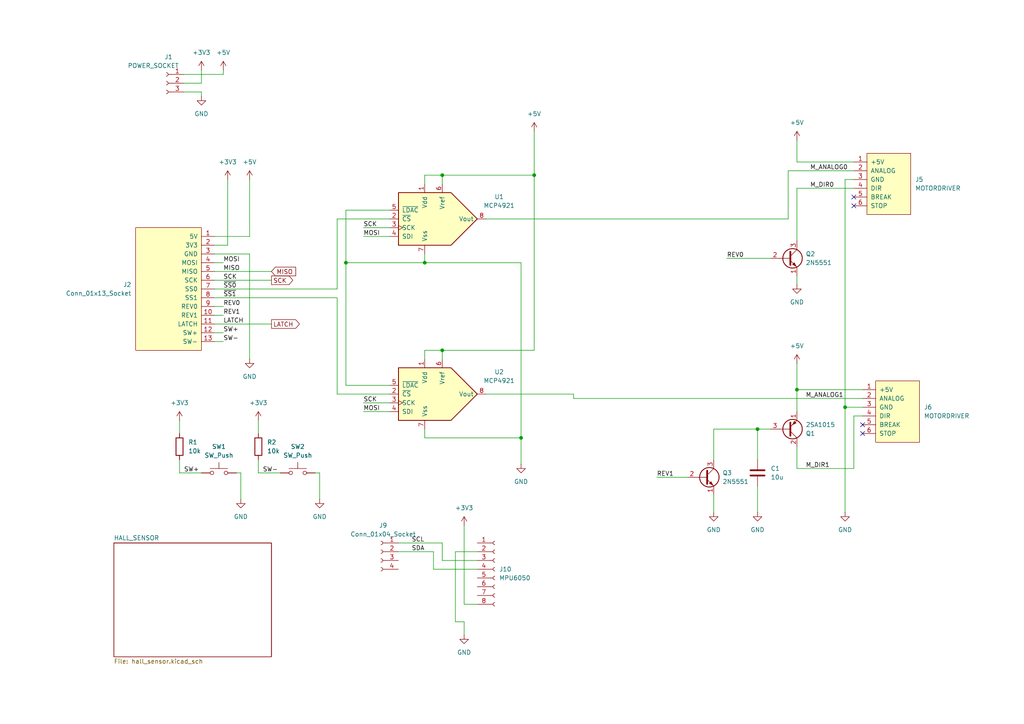
<source format=kicad_sch>
(kicad_sch (version 20250114) (generator "eeschema") (generator_version "9.0")
  (paper "A4")
  (lib_symbols
    (symbol "2SC1815_1" (pin_names (offset 0) (hide yes))
      (property "Reference" "Q3" (at 5.08 1.2701 0))
      (property "Value" "2SC1815" (at 5.08 -1.2699 0))
      (symbol "2SC1815_1_0_1"
        (polyline (pts (xy -2.54 0) (xy 0.635 0)))
        (polyline (pts (xy 0.635 1.905) (xy 0.635 -1.905)) (stroke (width 0.508)))
        (circle (center 1.27 0) (radius 2.8194) (stroke (width 0.254)))
      )
      (symbol "2SC1815_1_1_1"
        (polyline (pts (xy 0.635 0.635) (xy 2.54 2.54)))
        (polyline (pts (xy 0.635 -0.635) (xy 2.54 -2.54)))
        (polyline (pts (xy 1.27 -1.778) (xy 1.778 -1.27) (xy 2.286 -2.286) (xy 1.27 -1.778)) (fill (type outline)))
        (pin input line (at -5.08 0 0) (length 2.54) (name "B") (number "2"))
        (pin passive line (at 2.54 5.08 270) (length 2.54) (name "C") (number "3"))
        (pin passive line (at 2.54 -5.08 90) (length 2.54) (name "E") (number "1"))
      )
    )
    (symbol "Analog_DAC:MCP4921" (pin_names (offset 1.016))
      (property "Reference" "U" (at 6.35 10.795 0))
      (property "Value" "MCP4921" (at 6.35 8.89 0))
      (symbol "MCP4921_0_0"
        (polyline (pts (xy 15.24 0) (xy 7.62 7.62) (xy -7.62 7.62) (xy -7.62 -7.62) (xy 7.62 -7.62) (xy 15.24 0)) (stroke (width 0.254)) (fill (type background)))
      )
      (symbol "MCP4921_1_1"
        (pin input line (at -10.16 2.54 0) (length 2.54) (name "~{LDAC}") (number "5"))
        (pin input line (at -10.16 0 0) (length 2.54) (name "~{CS}") (number "2"))
        (pin input clock (at -10.16 -2.54 0) (length 2.54) (name "SCK") (number "3"))
        (pin input line (at -10.16 -5.08 0) (length 2.54) (name "SDI") (number "4"))
        (pin power_in line (at 0 10.16 270) (length 2.54) (name "Vdd") (number "1"))
        (pin power_in line (at 0 -10.16 90) (length 2.54) (name "Vss") (number "7"))
        (pin power_in line (at 5.08 10.16 270) (length 2.54) (name "Vref") (number "6"))
        (pin output line (at 17.78 0 180) (length 2.54) (name "Vout") (number "8"))
      )
    )
    (symbol "Conn_01x06_Socket_1" (pin_names (offset 1.016))
      (property "Reference" "J4" (at 3.81 6.35 0))
      (property "Value" "MOTORDRIVER" (at 3.81 3.81 0))
      (symbol "Conn_01x06_Socket_1_1_1"
        (rectangle (start 3.81 2.54) (end 16.51 -15.24) (fill (type background)))
        (pin passive line (at 0 0 0) (length 3.81) (name "+5V") (number "1"))
        (pin passive line (at 0 -2.54 0) (length 3.81) (name "ANALOG") (number "2"))
        (pin passive line (at 0 -5.08 0) (length 3.81) (name "GND") (number "3"))
        (pin passive line (at 0 -7.62 0) (length 3.81) (name "DIR") (number "4"))
        (pin passive line (at 0 -10.16 0) (length 3.81) (name "BREAK") (number "5"))
        (pin passive line (at 0 -12.7 0) (length 3.81) (name "STOP") (number "6"))
      )
    )
    (symbol "Connector:Conn_01x03_Socket" (pin_names (offset 1.016) (hide yes))
      (property "Reference" "J" (at 0 5.08 0))
      (property "Value" "Conn_01x03_Socket" (at 0 -5.08 0))
      (symbol "Conn_01x03_Socket_1_1"
        (polyline (pts (xy -1.27 2.54) (xy -0.508 2.54)) (stroke (width 0.1524)))
        (polyline (pts (xy -1.27 0) (xy -0.508 0)) (stroke (width 0.1524)))
        (polyline (pts (xy -1.27 -2.54) (xy -0.508 -2.54)) (stroke (width 0.1524)))
        (arc (start 0 2.032) (mid -0.5058 2.54) (end 0 3.048) (stroke (width 0.1524)))
        (arc (start 0 -0.508) (mid -0.5058 0) (end 0 0.508) (stroke (width 0.1524)))
        (arc (start 0 -3.048) (mid -0.5058 -2.54) (end 0 -2.032) (stroke (width 0.1524)))
        (pin passive line (at -5.08 2.54 0) (length 3.81) (name "Pin_1") (number "1"))
        (pin passive line (at -5.08 0 0) (length 3.81) (name "Pin_2") (number "2"))
        (pin passive line (at -5.08 -2.54 0) (length 3.81) (name "Pin_3") (number "3"))
      )
    )
    (symbol "Connector:Conn_01x04_Socket" (pin_names (offset 1.016) (hide yes))
      (property "Reference" "J" (at 0 5.08 0))
      (property "Value" "Conn_01x04_Socket" (at 0 -7.62 0))
      (symbol "Conn_01x04_Socket_1_1"
        (polyline (pts (xy -1.27 2.54) (xy -0.508 2.54)) (stroke (width 0.1524)))
        (polyline (pts (xy -1.27 0) (xy -0.508 0)) (stroke (width 0.1524)))
        (polyline (pts (xy -1.27 -2.54) (xy -0.508 -2.54)) (stroke (width 0.1524)))
        (polyline (pts (xy -1.27 -5.08) (xy -0.508 -5.08)) (stroke (width 0.1524)))
        (arc (start 0 2.032) (mid -0.5058 2.54) (end 0 3.048) (stroke (width 0.1524)))
        (arc (start 0 -0.508) (mid -0.5058 0) (end 0 0.508) (stroke (width 0.1524)))
        (arc (start 0 -3.048) (mid -0.5058 -2.54) (end 0 -2.032) (stroke (width 0.1524)))
        (arc (start 0 -5.588) (mid -0.5058 -5.08) (end 0 -4.572) (stroke (width 0.1524)))
        (pin passive line (at -5.08 2.54 0) (length 3.81) (name "Pin_1") (number "1"))
        (pin passive line (at -5.08 0 0) (length 3.81) (name "Pin_2") (number "2"))
        (pin passive line (at -5.08 -2.54 0) (length 3.81) (name "Pin_3") (number "3"))
        (pin passive line (at -5.08 -5.08 0) (length 3.81) (name "Pin_4") (number "4"))
      )
    )
    (symbol "Connector:Conn_01x08_Socket" (pin_names (offset 1.016) (hide yes))
      (property "Reference" "J" (at 0 10.16 0))
      (property "Value" "Conn_01x08_Socket" (at 0 -12.7 0))
      (symbol "Conn_01x08_Socket_1_1"
        (polyline (pts (xy -1.27 7.62) (xy -0.508 7.62)) (stroke (width 0.1524)))
        (polyline (pts (xy -1.27 5.08) (xy -0.508 5.08)) (stroke (width 0.1524)))
        (polyline (pts (xy -1.27 2.54) (xy -0.508 2.54)) (stroke (width 0.1524)))
        (polyline (pts (xy -1.27 0) (xy -0.508 0)) (stroke (width 0.1524)))
        (polyline (pts (xy -1.27 -2.54) (xy -0.508 -2.54)) (stroke (width 0.1524)))
        (polyline (pts (xy -1.27 -5.08) (xy -0.508 -5.08)) (stroke (width 0.1524)))
        (polyline (pts (xy -1.27 -7.62) (xy -0.508 -7.62)) (stroke (width 0.1524)))
        (polyline (pts (xy -1.27 -10.16) (xy -0.508 -10.16)) (stroke (width 0.1524)))
        (arc (start 0 7.112) (mid -0.5058 7.62) (end 0 8.128) (stroke (width 0.1524)))
        (arc (start 0 4.572) (mid -0.5058 5.08) (end 0 5.588) (stroke (width 0.1524)))
        (arc (start 0 2.032) (mid -0.5058 2.54) (end 0 3.048) (stroke (width 0.1524)))
        (arc (start 0 -0.508) (mid -0.5058 0) (end 0 0.508) (stroke (width 0.1524)))
        (arc (start 0 -3.048) (mid -0.5058 -2.54) (end 0 -2.032) (stroke (width 0.1524)))
        (arc (start 0 -5.588) (mid -0.5058 -5.08) (end 0 -4.572) (stroke (width 0.1524)))
        (arc (start 0 -8.128) (mid -0.5058 -7.62) (end 0 -7.112) (stroke (width 0.1524)))
        (arc (start 0 -10.668) (mid -0.5058 -10.16) (end 0 -9.652) (stroke (width 0.1524)))
        (pin passive line (at -5.08 7.62 0) (length 3.81) (name "Pin_1") (number "1"))
        (pin passive line (at -5.08 5.08 0) (length 3.81) (name "Pin_2") (number "2"))
        (pin passive line (at -5.08 2.54 0) (length 3.81) (name "Pin_3") (number "3"))
        (pin passive line (at -5.08 0 0) (length 3.81) (name "Pin_4") (number "4"))
        (pin passive line (at -5.08 -2.54 0) (length 3.81) (name "Pin_5") (number "5"))
        (pin passive line (at -5.08 -5.08 0) (length 3.81) (name "Pin_6") (number "6"))
        (pin passive line (at -5.08 -7.62 0) (length 3.81) (name "Pin_7") (number "7"))
        (pin passive line (at -5.08 -10.16 0) (length 3.81) (name "Pin_8") (number "8"))
      )
    )
    (symbol "Connector:Conn_01x13_Socket" (pin_names (offset 1.016))
      (property "Reference" "J1" (at 4.064 5.842 0))
      (property "Value" "Conn_01x13_Socket" (at 3.81 3.81 0))
      (symbol "Conn_01x13_Socket_1_1"
        (rectangle (start 3.81 2.54) (end 22.86 -33.02) (fill (type background)))
        (pin passive line (at 0 0 0) (length 3.81) (name "5V") (number "1"))
        (pin passive line (at 0 -2.54 0) (length 3.81) (name "3V3") (number "2"))
        (pin passive line (at 0 -5.08 0) (length 3.81) (name "GND") (number "3"))
        (pin passive line (at 0 -7.62 0) (length 3.81) (name "MOSI") (number "4"))
        (pin passive line (at 0 -10.16 0) (length 3.81) (name "MISO") (number "5"))
        (pin passive line (at 0 -12.7 0) (length 3.81) (name "SCK") (number "6"))
        (pin passive line (at 0 -15.24 0) (length 3.81) (name "SS0") (number "7"))
        (pin passive line (at 0 -17.78 0) (length 3.81) (name "SS1") (number "8"))
        (pin passive line (at 0 -20.32 0) (length 3.81) (name "REV0") (number "9"))
        (pin passive line (at 0 -22.86 0) (length 3.81) (name "REV1") (number "10"))
        (pin passive line (at 0 -25.4 0) (length 3.81) (name "LATCH") (number "11"))
        (pin passive line (at 0 -27.94 0) (length 3.81) (name "SW+") (number "12"))
        (pin passive line (at 0 -30.48 0) (length 3.81) (name "SW-") (number "13"))
      )
    )
    (symbol "Device:C" (pin_numbers (hide yes)) (pin_names (offset 0.254))
      (property "Reference" "C" (at 0.635 2.54 0))
      (property "Value" "C" (at 0.635 -2.54 0))
      (symbol "C_0_1"
        (polyline (pts (xy -2.032 0.762) (xy 2.032 0.762)) (stroke (width 0.508)))
        (polyline (pts (xy -2.032 -0.762) (xy 2.032 -0.762)) (stroke (width 0.508)))
      )
      (symbol "C_1_1"
        (pin passive line (at 0 3.81 270) (length 2.794) (name "~") (number "1"))
        (pin passive line (at 0 -3.81 90) (length 2.794) (name "~") (number "2"))
      )
    )
    (symbol "Device:R" (pin_numbers (hide yes)) (pin_names (offset 0))
      (property "Reference" "R" (at 2.032 0 90))
      (property "Value" "R" (at 0 0 90))
      (symbol "R_0_1"
        (rectangle (start -1.016 -2.54) (end 1.016 2.54) (stroke (width 0.254)))
      )
      (symbol "R_1_1"
        (pin passive line (at 0 3.81 270) (length 1.27) (name "~") (number "1"))
        (pin passive line (at 0 -3.81 90) (length 1.27) (name "~") (number "2"))
      )
    )
    (symbol "Switch:SW_Push" (pin_numbers (hide yes)) (pin_names (offset 1.016) (hide yes))
      (property "Reference" "SW" (at 1.27 2.54 0))
      (property "Value" "SW_Push" (at 0 -1.524 0))
      (symbol "SW_Push_0_1"
        (circle (center -2.032 0) (radius 0.508))
        (polyline (pts (xy 0 1.27) (xy 0 3.048)))
        (circle (center 2.032 0) (radius 0.508))
        (polyline (pts (xy 2.54 1.27) (xy -2.54 1.27)))
        (pin passive line (at -5.08 0 0) (length 2.54) (name "1") (number "1"))
        (pin passive line (at 5.08 0 180) (length 2.54) (name "2") (number "2"))
      )
    )
    (symbol "Transistor_BJT:2SA1015" (pin_names (offset 0) (hide yes))
      (property "Reference" "Q" (at 5.08 1.905 0))
      (property "Value" "2SA1015" (at 5.08 0 0))
      (symbol "2SA1015_0_1"
        (polyline (pts (xy -2.54 0) (xy 0.635 0)))
        (polyline (pts (xy 0.635 1.905) (xy 0.635 -1.905)) (stroke (width 0.508)))
        (polyline (pts (xy 0.635 0.635) (xy 2.54 2.54)))
        (polyline (pts (xy 0.635 -0.635) (xy 2.54 -2.54)))
        (circle (center 1.27 0) (radius 2.8194) (stroke (width 0.254)))
        (polyline (pts (xy 2.286 -1.778) (xy 1.778 -2.286) (xy 1.27 -1.27) (xy 2.286 -1.778)) (fill (type outline)))
      )
      (symbol "2SA1015_1_1"
        (pin input line (at -5.08 0 0) (length 2.54) (name "B") (number "3"))
        (pin passive line (at 2.54 5.08 270) (length 2.54) (name "C") (number "2"))
        (pin passive line (at 2.54 -5.08 90) (length 2.54) (name "E") (number "1"))
      )
    )
    (symbol "power:+3V3" (power) (pin_numbers (hide yes)) (pin_names (offset 0) (hide yes))
      (property "Value" "+3V3" (at 0 3.556 0))
      (symbol "+3V3_0_1"
        (polyline (pts (xy -0.762 1.27) (xy 0 2.54)))
        (polyline (pts (xy 0 2.54) (xy 0.762 1.27)))
        (polyline (pts (xy 0 0) (xy 0 2.54)))
      )
      (symbol "+3V3_1_1"
        (pin power_in line (at 0 0 90) (length 0) (name "~") (number "1"))
      )
    )
    (symbol "power:+5V" (power) (pin_numbers (hide yes)) (pin_names (offset 0) (hide yes))
      (property "Value" "+5V" (at 0 3.556 0))
      (symbol "+5V_0_1"
        (polyline (pts (xy -0.762 1.27) (xy 0 2.54)))
        (polyline (pts (xy 0 2.54) (xy 0.762 1.27)))
        (polyline (pts (xy 0 0) (xy 0 2.54)))
      )
      (symbol "+5V_1_1"
        (pin power_in line (at 0 0 90) (length 0) (name "~") (number "1"))
      )
    )
    (symbol "power:GND" (power) (pin_numbers (hide yes)) (pin_names (offset 0) (hide yes))
      (property "Value" "GND" (at 0 -3.81 0))
      (symbol "GND_0_1"
        (polyline (pts (xy 0 0) (xy 0 -1.27) (xy 1.27 -1.27) (xy 0 -2.54) (xy -1.27 -1.27) (xy 0 -1.27)))
      )
      (symbol "GND_1_1"
        (pin power_in line (at 0 0 270) (length 0) (name "~") (number "1"))
      )
    )
  )
  (junction (at 231.14 113.03))
  (junction (at 128.27 50.8))
  (junction (at 219.71 124.46))
  (junction (at 123.19 76.2))
  (junction (at 151.13 127))
  (junction (at 100.33 76.2))
  (junction (at 154.94 50.8))
  (junction (at 128.27 101.6))
  (junction (at 245.11 118.11))
  (no_connect (at 247.65 57.15))
  (no_connect (at 250.19 125.73))
  (no_connect (at 247.65 59.69))
  (no_connect (at 250.19 123.19))
  (wire (pts (xy 123.19 127) (xy 123.19 124.46)))
  (wire (pts (xy 69.85 137.16) (xy 68.58 137.16)))
  (wire (pts (xy 62.23 76.2) (xy 64.77 76.2)))
  (wire (pts (xy 250.19 120.65) (xy 247.65 120.65)))
  (wire (pts (xy 128.27 101.6) (xy 123.19 101.6)))
  (wire (pts (xy 151.13 127) (xy 151.13 76.2)))
  (wire (pts (xy 228.6 63.5) (xy 228.6 49.53)))
  (wire (pts (xy 62.23 93.98) (xy 78.74 93.98)))
  (wire (pts (xy 128.27 50.8) (xy 128.27 53.34)))
  (wire (pts (xy 74.93 121.92) (xy 74.93 125.73)))
  (wire (pts (xy 132.08 160.02) (xy 132.08 180.34)))
  (wire (pts (xy 72.39 68.58) (xy 62.23 68.58)))
  (wire (pts (xy 207.01 124.46) (xy 219.71 124.46)))
  (wire (pts (xy 128.27 101.6) (xy 128.27 104.14)))
  (wire (pts (xy 100.33 76.2) (xy 123.19 76.2)))
  (wire (pts (xy 100.33 60.96) (xy 100.33 76.2)))
  (wire (pts (xy 123.19 76.2) (xy 151.13 76.2)))
  (wire (pts (xy 231.14 105.41) (xy 231.14 113.03)))
  (wire (pts (xy 52.07 121.92) (xy 52.07 125.73)))
  (wire (pts (xy 58.42 27.94) (xy 58.42 26.67)))
  (wire (pts (xy 128.27 50.8) (xy 154.94 50.8)))
  (wire (pts (xy 62.23 91.44) (xy 64.77 91.44)))
  (wire (pts (xy 58.42 24.13) (xy 58.42 20.32)))
  (wire (pts (xy 231.14 113.03) (xy 231.14 119.38)))
  (wire (pts (xy 115.57 160.02) (xy 125.73 160.02)))
  (wire (pts (xy 123.19 76.2) (xy 123.19 73.66)))
  (wire (pts (xy 231.14 69.85) (xy 231.14 54.61)))
  (wire (pts (xy 97.79 114.3) (xy 97.79 86.36)))
  (wire (pts (xy 250.19 115.57) (xy 166.37 115.57)))
  (wire (pts (xy 219.71 124.46) (xy 223.52 124.46)))
  (wire (pts (xy 97.79 114.3) (xy 113.03 114.3)))
  (wire (pts (xy 231.14 113.03) (xy 250.19 113.03)))
  (wire (pts (xy 62.23 99.06) (xy 64.77 99.06)))
  (wire (pts (xy 210.82 74.93) (xy 223.52 74.93)))
  (wire (pts (xy 62.23 78.74) (xy 78.74 78.74)))
  (wire (pts (xy 100.33 111.76) (xy 113.03 111.76)))
  (wire (pts (xy 128.27 162.56) (xy 138.43 162.56)))
  (wire (pts (xy 138.43 160.02) (xy 132.08 160.02)))
  (wire (pts (xy 207.01 143.51) (xy 207.01 148.59)))
  (wire (pts (xy 66.04 71.12) (xy 66.04 52.07)))
  (wire (pts (xy 128.27 50.8) (xy 123.19 50.8)))
  (wire (pts (xy 123.19 50.8) (xy 123.19 53.34)))
  (wire (pts (xy 69.85 144.78) (xy 69.85 137.16)))
  (wire (pts (xy 245.11 148.59) (xy 245.11 118.11)))
  (wire (pts (xy 154.94 50.8) (xy 154.94 101.6)))
  (wire (pts (xy 62.23 88.9) (xy 64.77 88.9)))
  (wire (pts (xy 72.39 52.07) (xy 72.39 68.58)))
  (wire (pts (xy 132.08 180.34) (xy 134.62 180.34)))
  (wire (pts (xy 219.71 140.97) (xy 219.71 148.59)))
  (wire (pts (xy 151.13 134.62) (xy 151.13 127)))
  (wire (pts (xy 166.37 114.3) (xy 140.97 114.3)))
  (wire (pts (xy 64.77 20.32) (xy 64.77 21.59)))
  (wire (pts (xy 62.23 96.52) (xy 64.77 96.52)))
  (wire (pts (xy 105.41 119.38) (xy 113.03 119.38)))
  (wire (pts (xy 219.71 124.46) (xy 219.71 133.35)))
  (wire (pts (xy 231.14 46.99) (xy 247.65 46.99)))
  (wire (pts (xy 247.65 135.89) (xy 231.14 135.89)))
  (wire (pts (xy 123.19 101.6) (xy 123.19 104.14)))
  (wire (pts (xy 105.41 116.84) (xy 113.03 116.84)))
  (wire (pts (xy 52.07 133.35) (xy 52.07 137.16)))
  (wire (pts (xy 166.37 115.57) (xy 166.37 114.3)))
  (wire (pts (xy 138.43 175.26) (xy 134.62 175.26)))
  (wire (pts (xy 97.79 83.82) (xy 97.79 63.5)))
  (wire (pts (xy 134.62 180.34) (xy 134.62 184.15)))
  (wire (pts (xy 154.94 38.1) (xy 154.94 50.8)))
  (wire (pts (xy 92.71 144.78) (xy 92.71 137.16)))
  (wire (pts (xy 231.14 135.89) (xy 231.14 129.54)))
  (wire (pts (xy 134.62 175.26) (xy 134.62 152.4)))
  (wire (pts (xy 125.73 165.1) (xy 138.43 165.1)))
  (wire (pts (xy 231.14 40.64) (xy 231.14 46.99)))
  (wire (pts (xy 53.34 24.13) (xy 58.42 24.13)))
  (wire (pts (xy 62.23 71.12) (xy 66.04 71.12)))
  (wire (pts (xy 53.34 21.59) (xy 64.77 21.59)))
  (wire (pts (xy 62.23 83.82) (xy 97.79 83.82)))
  (wire (pts (xy 140.97 63.5) (xy 228.6 63.5)))
  (wire (pts (xy 231.14 80.01) (xy 231.14 82.55)))
  (wire (pts (xy 97.79 86.36) (xy 62.23 86.36)))
  (wire (pts (xy 97.79 63.5) (xy 113.03 63.5)))
  (wire (pts (xy 207.01 124.46) (xy 207.01 133.35)))
  (wire (pts (xy 100.33 76.2) (xy 100.33 111.76)))
  (wire (pts (xy 62.23 81.28) (xy 78.74 81.28)))
  (wire (pts (xy 128.27 157.48) (xy 128.27 162.56)))
  (wire (pts (xy 52.07 137.16) (xy 58.42 137.16)))
  (wire (pts (xy 115.57 157.48) (xy 128.27 157.48)))
  (wire (pts (xy 245.11 52.07) (xy 247.65 52.07)))
  (wire (pts (xy 125.73 160.02) (xy 125.73 165.1)))
  (wire (pts (xy 72.39 104.14) (xy 72.39 73.66)))
  (wire (pts (xy 228.6 49.53) (xy 247.65 49.53)))
  (wire (pts (xy 74.93 137.16) (xy 81.28 137.16)))
  (wire (pts (xy 72.39 73.66) (xy 62.23 73.66)))
  (wire (pts (xy 151.13 127) (xy 123.19 127)))
  (wire (pts (xy 154.94 101.6) (xy 128.27 101.6)))
  (wire (pts (xy 100.33 60.96) (xy 113.03 60.96)))
  (wire (pts (xy 58.42 26.67) (xy 53.34 26.67)))
  (wire (pts (xy 105.41 68.58) (xy 113.03 68.58)))
  (wire (pts (xy 190.5 138.43) (xy 199.39 138.43)))
  (wire (pts (xy 245.11 118.11) (xy 250.19 118.11)))
  (wire (pts (xy 74.93 133.35) (xy 74.93 137.16)))
  (wire (pts (xy 92.71 137.16) (xy 91.44 137.16)))
  (wire (pts (xy 231.14 54.61) (xy 247.65 54.61)))
  (wire (pts (xy 245.11 118.11) (xy 245.11 52.07)))
  (wire (pts (xy 105.41 66.04) (xy 113.03 66.04)))
  (wire (pts (xy 247.65 120.65) (xy 247.65 135.89)))
  (label "REV1" (at 64.77 91.44 0))
  (label "SCK" (at 105.41 66.04 0))
  (label "M_ANALOG1" (at 233.68 115.57 0))
  (label "M_ANALOG0" (at 234.95 49.53 0))
  (label "SCK" (at 105.41 116.84 0))
  (label "LATCH" (at 64.77 93.98 0))
  (label "M_DIR0" (at 234.95 54.61 0))
  (label "SW-" (at 64.77 99.06 0))
  (label "~{SS1}" (at 64.77 86.36 0))
  (label "SCK" (at 64.77 81.28 0))
  (label "MOSI" (at 105.41 119.38 0))
  (label "SDA" (at 119.38 160.02 0))
  (label "M_DIR1" (at 233.68 135.89 0))
  (label "MOSI" (at 64.77 76.2 0))
  (label "MOSI" (at 105.41 68.58 0))
  (label "SW+" (at 53.34 137.16 0))
  (label "SW-" (at 76.2 137.16 0))
  (label "~{SS0}" (at 64.77 83.82 0))
  (label "SCL" (at 119.38 157.48 0))
  (label "MISO" (at 64.77 78.74 0))
  (label "REV0" (at 210.82 74.93 0))
  (label "REV1" (at 190.5 138.43 0))
  (label "REV0" (at 64.77 88.9 0))
  (label "SW+" (at 64.77 96.52 0))
  (global_label "MISO" (shape input) (at 78.74 78.74 0) (property "Intersheetrefs" "${INTERSHEET_REFS}" (effects (hide yes))))
  (global_label "LATCH" (shape output) (at 78.74 93.98 0) (property "Intersheetrefs" "${INTERSHEET_REFS}" (effects (hide yes))))
  (global_label "SCK" (shape output) (at 78.74 81.28 0) (property "Intersheetrefs" "${INTERSHEET_REFS}" (effects (hide yes))))
  (symbol (lib_id "power:GND") (at 134.62 184.15 0) (unit 1)
    (property "Reference" "#PWR028" (effects (hide yes)))
    (property "Value" "GND" (at 134.62 189.23 0))
    (property "Description" "Power symbol creates a global label with name \"GND\" , ground" (effects (hide yes)))
  )
  (symbol (lib_id "power:+5V") (at 231.14 40.64 0) (unit 1)
    (property "Reference" "#PWR010" (effects (hide yes)))
    (property "Value" "+5V" (at 231.14 35.56 0))
    (property "Description" "Power symbol creates a global label with name \"+5V\"" (effects (hide yes)))
  )
  (symbol (lib_id "power:GND") (at 92.71 144.78 0) (unit 1)
    (property "Reference" "#PWR013" (effects (hide yes)))
    (property "Value" "GND" (at 92.71 149.86 0))
    (property "Description" "Power symbol creates a global label with name \"GND\" , ground" (effects (hide yes)))
  )
  (symbol (lib_id "power:+5V") (at 64.77 20.32 0) (unit 1)
    (property "Reference" "#PWR026" (effects (hide yes)))
    (property "Value" "+5V" (at 64.77 15.24 0))
    (property "Description" "Power symbol creates a global label with name \"+5V\"" (effects (hide yes)))
  )
  (symbol (lib_id "power:GND") (at 72.39 104.14 0) (unit 1)
    (property "Reference" "#PWR01" (effects (hide yes)))
    (property "Value" "GND" (at 72.39 109.22 0))
    (property "Description" "Power symbol creates a global label with name \"GND\" , ground" (effects (hide yes)))
  )
  (symbol (lib_id "power:GND") (at 69.85 144.78 0) (unit 1)
    (property "Reference" "#PWR012" (effects (hide yes)))
    (property "Value" "GND" (at 69.85 149.86 0))
    (property "Description" "Power symbol creates a global label with name \"GND\" , ground" (effects (hide yes)))
  )
  (symbol (lib_id "Connector:Conn_01x04_Socket") (at 110.49 160.02 0) (mirror y) (unit 1)
    (property "Reference" "J9" (at 111.125 152.4 0))
    (property "Value" "Conn_01x04_Socket" (at 111.125 154.94 0))
    (property "Footprint" "Connector_PinHeader_2.54mm:PinHeader_1x04_P2.54mm_Vertical" (effects (hide yes)))
    (property "Description" "Generic connector, single row, 01x04, script generated" (effects (hide yes)))
  )
  (symbol (lib_id "Device:R") (at 74.93 129.54 0) (unit 1)
    (property "Reference" "R2" (at 77.47 128.2699 0) (effects (justify left)))
    (property "Value" "10k" (at 77.47 130.8099 0) (effects (justify left)))
    (property "Footprint" "Resistor_THT:R_Axial_DIN0207_L6.3mm_D2.5mm_P10.16mm_Horizontal" (effects (hide yes)))
    (property "Description" "Resistor" (effects (hide yes)))
  )
  (symbol (lib_id "Transistor_BJT:2SA1015") (at 228.6 124.46 0) (mirror x) (unit 1)
    (property "Reference" "Q1" (at 233.68 125.7301 0) (effects (justify left)))
    (property "Value" "2SA1015" (at 233.68 123.1901 0) (effects (justify left)))
    (property "Footprint" "Package_TO_SOT_THT:TO-92_Inline" (effects (hide yes)))
    (property "Datasheet" "http://www.datasheetcatalog.org/datasheet/toshiba/905.pdf" (effects (hide yes)))
    (property "Description" "-0.15A Ic, -50V Vce, Low Noise Audio PNP Transistor, TO-92" (effects (hide yes)))
  )
  (symbol (lib_id "Switch:SW_Push") (at 86.36 137.16 0) (unit 1)
    (property "Reference" "SW2" (at 86.36 129.54 0))
    (property "Value" "SW_Push" (at 86.36 132.08 0))
    (property "Footprint" "Button_Switch_THT:SW_PUSH_6mm" (effects (hide yes)))
    (property "Description" "Push button switch, generic, two pins" (effects (hide yes)))
  )
  (symbol (lib_id "power:GND") (at 219.71 148.59 0) (unit 1)
    (property "Reference" "#PWR08" (effects (hide yes)))
    (property "Value" "GND" (at 219.71 153.67 0))
    (property "Description" "Power symbol creates a global label with name \"GND\" , ground" (effects (hide yes)))
  )
  (symbol (lib_id "power:+3V3") (at 74.93 121.92 0) (unit 1)
    (property "Reference" "#PWR015" (effects (hide yes)))
    (property "Value" "+3V3" (at 74.93 116.84 0))
    (property "Description" "Power symbol creates a global label with name \"+3V3\"" (effects (hide yes)))
  )
  (symbol (lib_id "power:+3V3") (at 66.04 52.07 0) (unit 1)
    (property "Reference" "#PWR03" (effects (hide yes)))
    (property "Value" "+3V3" (at 66.04 46.99 0))
    (property "Description" "Power symbol creates a global label with name \"+3V3\"" (effects (hide yes)))
  )
  (symbol (lib_id "power:+3V3") (at 52.07 121.92 0) (unit 1)
    (property "Reference" "#PWR014" (effects (hide yes)))
    (property "Value" "+3V3" (at 52.07 116.84 0))
    (property "Description" "Power symbol creates a global label with name \"+3V3\"" (effects (hide yes)))
  )
  (symbol (lib_id "power:GND") (at 151.13 134.62 0) (unit 1)
    (property "Reference" "#PWR04" (effects (hide yes)))
    (property "Value" "GND" (at 151.13 139.7 0))
    (property "Description" "Power symbol creates a global label with name \"GND\" , ground" (effects (hide yes)))
  )
  (symbol (lib_id "Connector:Conn_01x08_Socket") (at 143.51 165.1 0) (unit 1)
    (property "Reference" "J10" (at 144.78 165.0999 0) (effects (justify left)))
    (property "Value" "MPU6050" (at 144.78 167.6399 0) (effects (justify left)))
    (property "Footprint" "Connector_PinHeader_2.54mm:PinHeader_1x08_P2.54mm_Vertical" (effects (hide yes)))
    (property "Description" "Generic connector, single row, 01x08, script generated" (effects (hide yes)))
  )
  (symbol (lib_id "power:+5V") (at 72.39 52.07 0) (unit 1)
    (property "Reference" "#PWR02" (effects (hide yes)))
    (property "Value" "+5V" (at 72.39 46.99 0))
    (property "Description" "Power symbol creates a global label with name \"+5V\"" (effects (hide yes)))
  )
  (symbol (lib_id "power:+5V") (at 231.14 105.41 0) (unit 1)
    (property "Reference" "#PWR06" (effects (hide yes)))
    (property "Value" "+5V" (at 231.14 100.33 0))
    (property "Description" "Power symbol creates a global label with name \"+5V\"" (effects (hide yes)))
  )
  (symbol (lib_id "Analog_DAC:MCP4921") (at 123.19 114.3 0) (unit 1)
    (property "Reference" "U2" (at 144.78 107.8798 0))
    (property "Value" "MCP4921" (at 144.78 110.4198 0))
    (property "Footprint" "Package_DIP:DIP-8_W7.62mm_LongPads" (effects (hide yes)))
    (property "Datasheet" "http://ww1.microchip.com/downloads/en/DeviceDoc/22248a.pdf" (effects (hide yes)))
    (property "Description" "12-Bit D/A Converters with SPI Interface" (effects (hide yes)))
  )
  (symbol (lib_id "Device:R") (at 52.07 129.54 0) (unit 1)
    (property "Reference" "R1" (at 54.61 128.2699 0) (effects (justify left)))
    (property "Value" "10k" (at 54.61 130.8099 0) (effects (justify left)))
    (property "Footprint" "Resistor_THT:R_Axial_DIN0207_L6.3mm_D2.5mm_P10.16mm_Horizontal" (effects (hide yes)))
    (property "Description" "Resistor" (effects (hide yes)))
  )
  (symbol (lib_id "power:GND") (at 231.14 82.55 0) (unit 1)
    (property "Reference" "#PWR09" (effects (hide yes)))
    (property "Value" "GND" (at 231.14 87.63 0))
    (property "Description" "Power symbol creates a global label with name \"GND\" , ground" (effects (hide yes)))
  )
  (symbol (lib_id "power:+5V") (at 154.94 38.1 0) (unit 1)
    (property "Reference" "#PWR05" (effects (hide yes)))
    (property "Value" "+5V" (at 154.94 33.02 0))
    (property "Description" "Power symbol creates a global label with name \"+5V\"" (effects (hide yes)))
  )
  (symbol (lib_id "Connector:Conn_01x03_Socket") (at 48.26 24.13 0) (mirror y) (unit 1)
    (property "Reference" "J1" (at 48.895 16.51 0))
    (property "Value" "POWER_SOCKET" (at 44.45 19.05 0))
    (property "Footprint" "TerminalBlock_Phoenix:TerminalBlock_Phoenix_PT-1,5-3-3.5-H_1x03_P3.50mm_Horizontal" (effects (hide yes)))
    (property "Description" "Generic connector, single row, 01x03, script generated" (effects (hide yes)))
  )
  (symbol (lib_id "Connector:Conn_01x13_Socket") (at 62.23 68.58 0) (mirror y) (unit 1)
    (property "Reference" "J2" (at 38.1 82.5499 0) (effects (justify left)))
    (property "Value" "Conn_01x13_Socket" (at 38.1 85.0899 0) (effects (justify left)))
    (property "Footprint" "Connector_PinHeader_2.54mm:PinHeader_1x13_P2.54mm_Vertical" (effects (hide yes)))
    (property "Description" "Generic connector, single row, 01x13, script generated" (effects (hide yes)))
  )
  (symbol (lib_id "Analog_DAC:MCP4921") (at 123.19 63.5 0) (unit 1)
    (property "Reference" "U1" (at 144.78 57.0798 0))
    (property "Value" "MCP4921" (at 144.78 59.6198 0))
    (property "Footprint" "Package_DIP:DIP-8_W7.62mm_LongPads" (effects (hide yes)))
    (property "Datasheet" "http://ww1.microchip.com/downloads/en/DeviceDoc/22248a.pdf" (effects (hide yes)))
    (property "Description" "12-Bit D/A Converters with SPI Interface" (effects (hide yes)))
  )
  (symbol (lib_id "power:GND") (at 245.11 148.59 0) (unit 1)
    (property "Reference" "#PWR011" (effects (hide yes)))
    (property "Value" "GND" (at 245.11 153.67 0))
    (property "Description" "Power symbol creates a global label with name \"GND\" , ground" (effects (hide yes)))
  )
  (symbol (lib_id "power:GND") (at 58.42 27.94 0) (unit 1)
    (property "Reference" "#PWR027" (effects (hide yes)))
    (property "Value" "GND" (at 58.42 33.02 0))
    (property "Description" "Power symbol creates a global label with name \"GND\" , ground" (effects (hide yes)))
  )
  (symbol (lib_name "Conn_01x06_Socket_1") (lib_id "Connector:Conn_01x06_Socket") (at 247.65 46.99 0) (unit 1)
    (property "Reference" "J5" (at 265.43 52.0699 0) (effects (justify left)))
    (property "Value" "MOTORDRIVER" (at 265.43 54.6099 0) (effects (justify left)))
    (property "Footprint" "Connector_PinSocket_2.54mm:PinSocket_1x06_P2.54mm_Vertical" (effects (hide yes)))
    (property "Description" "Generic connector, single row, 01x06, script generated" (effects (hide yes)))
  )
  (symbol (lib_id "power:+3V3") (at 134.62 152.4 0) (unit 1)
    (property "Reference" "#PWR029" (effects (hide yes)))
    (property "Value" "+3V3" (at 134.62 147.32 0))
    (property "Description" "Power symbol creates a global label with name \"+3V3\"" (effects (hide yes)))
  )
  (symbol (lib_name "Conn_01x06_Socket_1") (lib_id "Connector:Conn_01x06_Socket") (at 250.19 113.03 0) (unit 1)
    (property "Reference" "J6" (at 267.97 118.1099 0) (effects (justify left)))
    (property "Value" "MOTORDRIVER" (at 267.97 120.6499 0) (effects (justify left)))
    (property "Footprint" "Connector_PinSocket_2.54mm:PinSocket_1x06_P2.54mm_Vertical" (effects (hide yes)))
    (property "Description" "Generic connector, single row, 01x06, script generated" (effects (hide yes)))
  )
  (symbol (lib_id "power:GND") (at 207.01 148.59 0) (unit 1)
    (property "Reference" "#PWR07" (effects (hide yes)))
    (property "Value" "GND" (at 207.01 153.67 0))
    (property "Description" "Power symbol creates a global label with name \"GND\" , ground" (effects (hide yes)))
  )
  (symbol (lib_id "Device:C") (at 219.71 137.16 0) (unit 1)
    (property "Reference" "C1" (at 223.52 135.8899 0) (effects (justify left)))
    (property "Value" "10u" (at 223.52 138.4299 0) (effects (justify left)))
    (property "Footprint" "Capacitor_THT:C_Radial_D6.3mm_H5.0mm_P2.50mm" (effects (hide yes)))
    (property "Description" "Unpolarized capacitor" (effects (hide yes)))
  )
  (symbol (lib_name "2SC1815_1") (lib_id "Transistor_BJT:2SC1815") (at 204.47 138.43 0) (unit 1)
    (property "Reference" "Q3" (at 209.55 137.1599 0) (effects (justify left)))
    (property "Value" "2N5551" (at 209.55 139.6999 0) (effects (justify left)))
    (property "Footprint" "Package_TO_SOT_THT:TO-92_Inline" (effects (hide yes)))
    (property "Datasheet" "https://media.digikey.com/pdf/Data%20Sheets/Toshiba%20PDFs/2SC1815.pdf" (effects (hide yes)))
    (property "Description" "0.15A Ic, 50V Vce, Low Noise Audio NPN Transistor, TO-92" (effects (hide yes)))
  )
  (symbol (lib_id "Switch:SW_Push") (at 63.5 137.16 0) (unit 1)
    (property "Reference" "SW1" (at 63.5 129.54 0))
    (property "Value" "SW_Push" (at 63.5 132.08 0))
    (property "Footprint" "Button_Switch_THT:SW_PUSH_6mm" (effects (hide yes)))
    (property "Description" "Push button switch, generic, two pins" (effects (hide yes)))
  )
  (symbol (lib_id "power:+3V3") (at 58.42 20.32 0) (unit 1)
    (property "Reference" "#PWR025" (effects (hide yes)))
    (property "Value" "+3V3" (at 58.42 15.24 0))
    (property "Description" "Power symbol creates a global label with name \"+3V3\"" (effects (hide yes)))
  )
  (symbol (lib_name "2SC1815_1") (lib_id "Transistor_BJT:2SC1815") (at 228.6 74.93 0) (unit 1)
    (property "Reference" "Q2" (at 233.68 73.6599 0) (effects (justify left)))
    (property "Value" "2N5551" (at 233.68 76.1999 0) (effects (justify left)))
    (property "Footprint" "Package_TO_SOT_THT:TO-92_Inline" (effects (hide yes)))
    (property "Datasheet" "https://media.digikey.com/pdf/Data%20Sheets/Toshiba%20PDFs/2SC1815.pdf" (effects (hide yes)))
    (property "Description" "0.15A Ic, 50V Vce, Low Noise Audio NPN Transistor, TO-92" (effects (hide yes)))
  )
  (sheet (at 33.02 157.48) (size 45.72 33.02) (stroke (width 0.1524))
    (property "Sheetname" "HALL_SENSOR" (at 33.02 156.7684 0) (effects (justify left bottom)))
    (property "Sheetfile" "hall_sensor.kicad_sch" (at 33.02 191.0846 0) (effects (justify left top)))
  )
)
</source>
